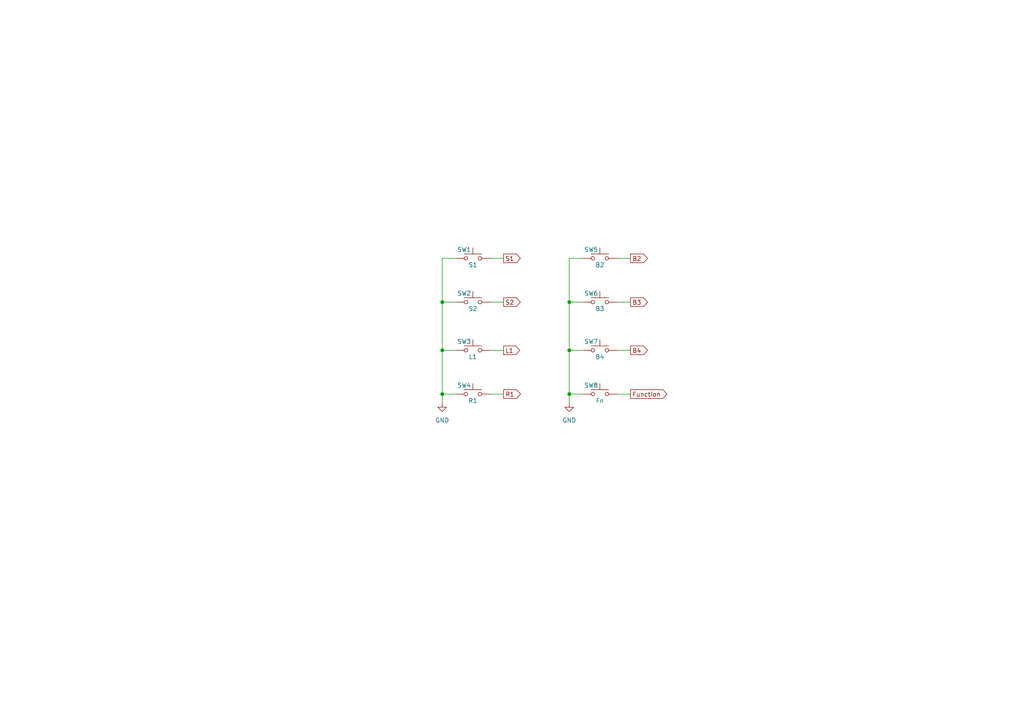
<source format=kicad_sch>
(kicad_sch (version 20231120) (generator "eeschema") (generator_version "8.0")
  (paper "A4")
  (lib_symbols
    (symbol "power:GND" (power) (pin_numbers hide) (pin_names (offset 0) hide)
      (property "Value" "GND" (at 0 -3.81 0))
      (symbol "GND_0_1"
        (polyline (pts (xy 0 0) (xy 0 -1.27) (xy 1.27 -1.27) (xy 0 -2.54) (xy -1.27 -1.27) (xy 0 -1.27)))
      )
      (symbol "GND_1_1"
        (pin power_in line (at 0 0 270) (length 0) (name "~") (number "1"))
      )
    )
    (symbol "sw_push:SW_Push" (pin_numbers hide) (pin_names (offset 1.016) hide)
      (property "Reference" "SW" (at 1.27 2.54 0))
      (property "Value" "SW_Push" (at 0 -1.524 0))
      (symbol "SW_Push_0_1"
        (circle (center -2.032 0) (radius 0.508))
        (polyline (pts (xy 0 1.27) (xy 0 3.048)))
        (polyline (pts (xy 2.54 1.27) (xy -2.54 1.27)))
        (circle (center 2.032 0) (radius 0.508))
        (pin passive line (at 5.08 0 180) (length 2.54) (name "1") (number "1"))
        (pin passive line (at -5.08 0 0) (length 2.54) (name "2") (number "2"))
      )
    )
  )
  (junction (at 165.1 87.63))
  (junction (at 165.1 114.3))
  (junction (at 128.27 87.63))
  (junction (at 165.1 101.6))
  (junction (at 128.27 101.6))
  (junction (at 128.27 114.3))
  (wire (pts (xy 165.1 101.6) (xy 165.1 114.3)))
  (wire (pts (xy 165.1 87.63) (xy 168.91 87.63)))
  (wire (pts (xy 165.1 87.63) (xy 165.1 101.6)))
  (wire (pts (xy 142.24 114.3) (xy 146.05 114.3)))
  (wire (pts (xy 128.27 74.93) (xy 132.08 74.93)))
  (wire (pts (xy 128.27 74.93) (xy 128.27 87.63)))
  (wire (pts (xy 128.27 114.3) (xy 132.08 114.3)))
  (wire (pts (xy 179.07 74.93) (xy 182.88 74.93)))
  (wire (pts (xy 128.27 87.63) (xy 132.08 87.63)))
  (wire (pts (xy 128.27 101.6) (xy 128.27 114.3)))
  (wire (pts (xy 128.27 116.84) (xy 128.27 114.3)))
  (wire (pts (xy 142.24 101.6) (xy 146.05 101.6)))
  (wire (pts (xy 165.1 114.3) (xy 168.91 114.3)))
  (wire (pts (xy 165.1 101.6) (xy 168.91 101.6)))
  (wire (pts (xy 179.07 114.3) (xy 182.88 114.3)))
  (wire (pts (xy 142.24 87.63) (xy 146.05 87.63)))
  (wire (pts (xy 165.1 116.84) (xy 165.1 114.3)))
  (wire (pts (xy 165.1 74.93) (xy 168.91 74.93)))
  (wire (pts (xy 142.24 74.93) (xy 146.05 74.93)))
  (wire (pts (xy 179.07 101.6) (xy 182.88 101.6)))
  (wire (pts (xy 128.27 87.63) (xy 128.27 101.6)))
  (wire (pts (xy 165.1 74.93) (xy 165.1 87.63)))
  (wire (pts (xy 128.27 101.6) (xy 132.08 101.6)))
  (wire (pts (xy 179.07 87.63) (xy 182.88 87.63)))
  (global_label "B4" (shape output) (at 182.88 101.6 0) (property "Intersheetrefs" "${INTERSHEET_REFS}" (effects (hide yes))))
  (global_label "S2" (shape output) (at 146.05 87.63 0) (property "Intersheetrefs" "${INTERSHEET_REFS}" (effects (hide yes))))
  (global_label "B2" (shape output) (at 182.88 74.93 0) (property "Intersheetrefs" "${INTERSHEET_REFS}" (effects (hide yes))))
  (global_label "R1" (shape output) (at 146.05 114.3 0) (property "Intersheetrefs" "${INTERSHEET_REFS}" (effects (hide yes))))
  (global_label "L1" (shape output) (at 146.05 101.6 0) (property "Intersheetrefs" "${INTERSHEET_REFS}" (effects (hide yes))))
  (global_label "Function" (shape output) (at 182.88 114.3 0) (property "Intersheetrefs" "${INTERSHEET_REFS}" (effects (hide yes))))
  (global_label "B3" (shape output) (at 182.88 87.63 0) (property "Intersheetrefs" "${INTERSHEET_REFS}" (effects (hide yes))))
  (global_label "S1" (shape output) (at 146.05 74.93 0) (property "Intersheetrefs" "${INTERSHEET_REFS}" (effects (hide yes))))
  (symbol (lib_id "sw_push:SW_Push") (at 173.99 87.63 0) (unit 1)
    (property "Reference" "SW6" (at 171.45 85.09 0))
    (property "Value" "B3" (at 173.99 89.535 0))
    (property "Footprint" "switch_cutout:SW_PUSH_6mm" (effects (hide yes)))
  )
  (symbol (lib_id "sw_push:SW_Push") (at 173.99 114.3 0) (unit 1)
    (property "Reference" "SW8" (at 171.45 111.76 0))
    (property "Value" "Fn" (at 173.99 116.205 0))
    (property "Footprint" "switch_cutout:SW_PUSH_6mm" (effects (hide yes)))
  )
  (symbol (lib_id "sw_push:SW_Push") (at 137.16 114.3 0) (unit 1)
    (property "Reference" "SW4" (at 134.62 111.76 0))
    (property "Value" "R1" (at 137.16 116.205 0))
    (property "Footprint" "switch_cutout:SW_PUSH_6mm" (effects (hide yes)))
  )
  (symbol (lib_id "sw_push:SW_Push") (at 137.16 74.93 0) (unit 1)
    (property "Reference" "SW1" (at 134.62 72.39 0))
    (property "Value" "S1" (at 137.16 76.835 0))
    (property "Footprint" "switch_cutout:SW_PUSH_6mm" (effects (hide yes)))
  )
  (symbol (lib_id "sw_push:SW_Push") (at 137.16 101.6 0) (unit 1)
    (property "Reference" "SW3" (at 134.62 99.06 0))
    (property "Value" "L1" (at 137.16 103.505 0))
    (property "Footprint" "switch_cutout:SW_PUSH_6mm" (effects (hide yes)))
  )
  (symbol (lib_id "sw_push:SW_Push") (at 173.99 74.93 0) (unit 1)
    (property "Reference" "SW5" (at 171.45 72.39 0))
    (property "Value" "B2" (at 173.99 76.835 0))
    (property "Footprint" "switch_cutout:SW_PUSH_6mm" (effects (hide yes)))
  )
  (symbol (lib_id "sw_push:SW_Push") (at 173.99 101.6 0) (unit 1)
    (property "Reference" "SW7" (at 171.45 99.06 0))
    (property "Value" "B4" (at 173.99 103.505 0))
    (property "Footprint" "switch_cutout:SW_PUSH_6mm" (effects (hide yes)))
  )
  (symbol (lib_id "power:GND") (at 128.27 116.84 0) (unit 1)
    (property "Reference" "#PWR012" (effects (hide yes)))
    (property "Value" "GND" (at 128.27 121.92 0))
    (property "Description" "Power symbol creates a global label with name \"GND\" , ground" (effects (hide yes)))
  )
  (symbol (lib_id "power:GND") (at 165.1 116.84 0) (unit 1)
    (property "Reference" "#PWR011" (effects (hide yes)))
    (property "Value" "GND" (at 165.1 121.92 0))
    (property "Description" "Power symbol creates a global label with name \"GND\" , ground" (effects (hide yes)))
  )
  (symbol (lib_id "sw_push:SW_Push") (at 137.16 87.63 0) (unit 1)
    (property "Reference" "SW2" (at 134.62 85.09 0))
    (property "Value" "S2" (at 137.16 89.535 0))
    (property "Footprint" "switch_cutout:SW_PUSH_6mm" (effects (hide yes)))
  )
)
</source>
